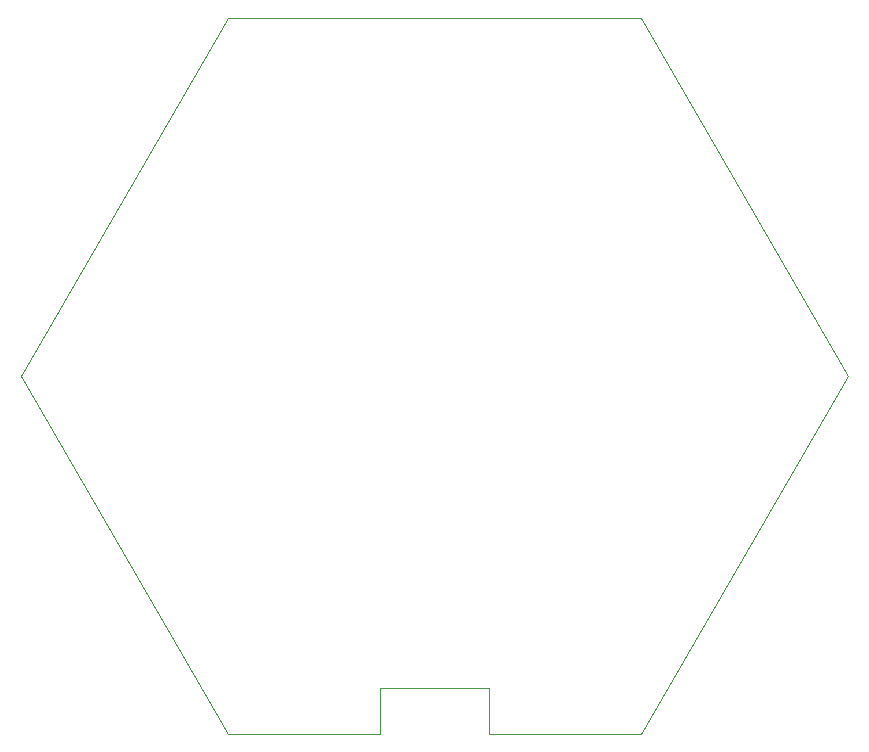
<source format=gm1>
G04 #@! TF.GenerationSoftware,KiCad,Pcbnew,(5.1.4)-1*
G04 #@! TF.CreationDate,2021-09-05T23:12:11+02:00*
G04 #@! TF.ProjectId,BME680,424d4536-3830-42e6-9b69-6361645f7063,A*
G04 #@! TF.SameCoordinates,Original*
G04 #@! TF.FileFunction,Profile,NP*
%FSLAX46Y46*%
G04 Gerber Fmt 4.6, Leading zero omitted, Abs format (unit mm)*
G04 Created by KiCad (PCBNEW (5.1.4)-1) date 2021-09-05 23:12:11*
%MOMM*%
%LPD*%
G04 APERTURE LIST*
%ADD10C,0.050000*%
G04 APERTURE END LIST*
D10*
X117880000Y-145488000D02*
X105000000Y-145488000D01*
X140000000Y-145488000D02*
X127120000Y-145488000D01*
X117880000Y-141572180D02*
X127120000Y-141572180D01*
X117880000Y-141572180D02*
X117880000Y-145488000D01*
X127120000Y-141572180D02*
X127120000Y-145488000D01*
X87500000Y-115178000D02*
X105000000Y-145488000D01*
X105000000Y-84868000D02*
X87500000Y-115178000D01*
X140000000Y-84868000D02*
X105000000Y-84868000D01*
X157500000Y-115178000D02*
X140000000Y-84868000D01*
X140000000Y-145488000D02*
X157500000Y-115178000D01*
M02*

</source>
